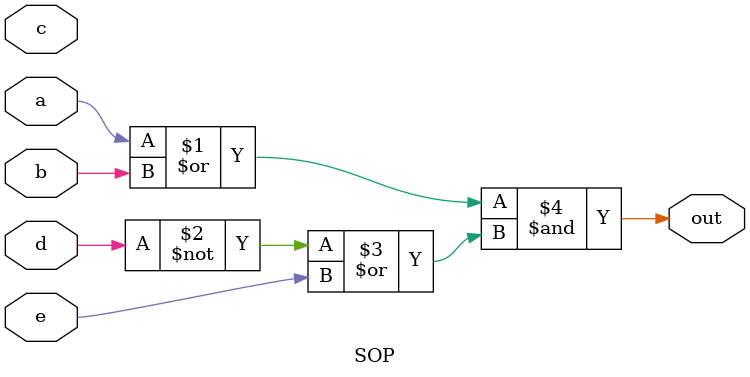
<source format=v>
module SOP (out, a, b, c, d, e);

	input a, b, c, d, e;
	output out;

	assign out = (a | b) & ((~d) | e) ; //turn to ( A + B ) * ( ~D + E )

endmodule
</source>
